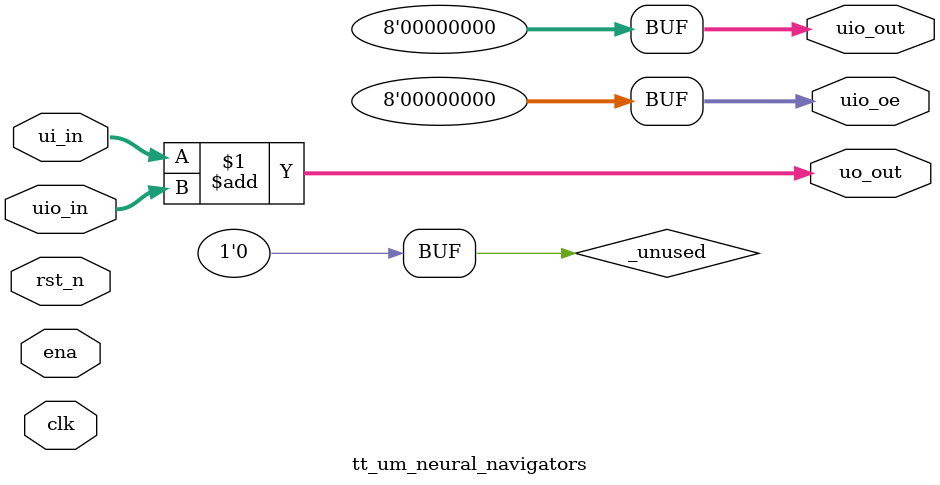
<source format=v>
/*
 * Copyright (c) 2024 Your Name
 * SPDX-License-Identifier: Apache-2.0
 */

`default_nettype none

module tt_um_neural_navigators (
    input  wire [7:0] ui_in,    // Dedicated inputs - pixels / biases
    output wire [7:0] uo_out,   // Dedicated outputs
    input  wire [7:0] uio_in,   // IOs: Input path - weights
    output wire [7:0] uio_out,  // IOs: Output path
    output wire [7:0] uio_oe,   // IOs: Enable path (active high: 0=input, 1=output)
    input  wire       ena,      // always 1 when the design is powered, so you can ignore it
    input  wire       clk,      // clock
    input  wire       rst_n     // reset_n - low to reset
);

  // All output pins must be assigned. If not used, assign to 0.
  assign uo_out  = ui_in + uio_in;  // Example: ou_out is the sum of ui_in and uio_in
  assign uio_out = 0;
  assign uio_oe  = 0;

  // List all unused inputs to prevent warnings
  wire _unused = &{ena, clk, rst_n, 1'b0};

endmodule

</source>
